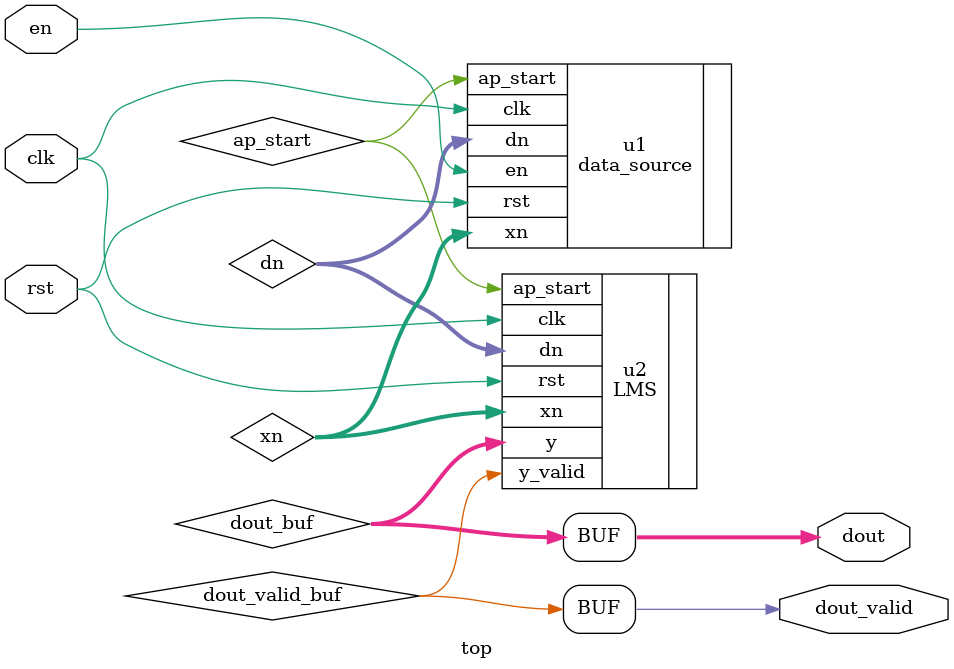
<source format=v>
`timescale 1ns / 1ps


module top(
	input 	clk,
	input	rst,
	input	en,
	output	[13:0]dout,
	output	dout_valid
    );
	
(*mark_debug="true"*)wire	[13:0]xn;
(*mark_debug="true"*)wire	[13:0]dn;
(*mark_debug="true"*)wire	ap_start;

(*mark_debug="true"*)wire	[13:0]dout_buf;
(*mark_debug="true"*)wire	dout_valid_buf;


assign	dout=dout_buf;
assign	dout_valid=dout_valid_buf;

data_source u1(
	.clk(clk),
	.rst(rst),
	.en(en),
	.xn(xn),
	.dn(dn),
	.ap_start(ap_start)
    );
	
LMS u2(
    .clk(clk),
    .rst(rst),
    .ap_start(ap_start),
    .xn(xn),
    .dn(dn),
    .y(dout_buf),
    .y_valid(dout_valid_buf)

    );	
	
endmodule

</source>
